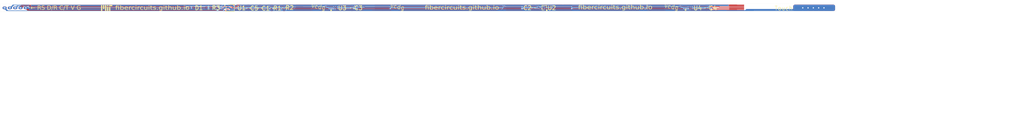
<source format=kicad_pcb>
(kicad_pcb (version 20221018) (generator pcbnew)
  (title_block (title "FiberCircuits - MCU & sensing fiber") (date "2023-09-06") (rev "1.0"))
  (layers (0 "F.Cu" signal) (31 "B.Cu" signal) (34 "B.Paste" user) (35 "F.Paste" user) (37 "F.SilkS" user "F.Silkscreen") (38 "B.Mask" user) (39 "F.Mask" user) (44 "Edge.Cuts" user))
  (net 0 "")
  (net 1 "VCC")
  (net 2 "nRST")
  (net 3 "RX-SWD")
  (net 4 "TX-SWC")
  (net 5 "GND")
  (net 6 "SCL")
  (net 7 "Touch")
  (net 8 "LED")
  (net 9 "SDA")
  (net 13 "Net-(D1-A)")
  (footprint "CBA lib:Conn_PinHeader_1x04_P0.5mm_Horizontal_SMD_new" (layer "F.Cu") (at 167.87 100)
    (fp_text reference "" hide)
    (fp_text value " ")
    (pad "1" smd rect (at 0 -0.6) (size 3.56 0.3) (layers "F.Cu" "F.Paste" "F.Mask") (net 1 "VCC"))
    (pad "2" smd rect (at 0 -0.2) (size 3.56 0.3) (layers "F.Cu" "F.Paste" "F.Mask") (net 6 "SCL"))
    (pad "3" smd rect (at 0 0.2) (size 3.56 0.3) (layers "F.Cu" "F.Paste" "F.Mask") (net 9 "SDA"))
    (pad "4" smd rect (at 0 0.6) (size 3.56 0.3) (layers "F.Cu" "F.Paste" "F.Mask") (net 5 "GND"))
  )
  (footprint "Connector_Wire:SolderWirePad_1x01_SMD_1x2mm" (layer "F.Cu") (at 289.8 100 90)
    (fp_text reference "" hide)
    (fp_text value "" hide)
    (pad "1" smd roundrect (at 0 -50 90) (size 1.5 10) (layers "F.Cu" "F.Paste" "F.Mask") (net 7 "Touch"))
  )
  (footprint "Resistor_SMD:R_0402_1005Metric" (layer "F.Cu") (at 94.81 100 180)
    (fp_text reference "R3" (at -1.8 0 180) (layer "F.SilkS"))
    (fp_text value "680R")
    (fp_line (start -0.153641 -0.38) (end 0.153641 -0.38) (stroke (width 0.12)) (layer "F.SilkS"))
    (fp_line (start -0.153641 0.38) (end 0.153641 0.38) (stroke (width 0.12)) (layer "F.SilkS"))
    (pad "1" smd roundrect (at -0.51 0 180) (size 0.54 0.64) (layers "F.Cu" "F.Paste" "F.Mask") (net 8 "LED"))
    (pad "2" smd roundrect (at 0.51 0 180) (size 0.54 0.64) (layers "F.Cu" "F.Paste" "F.Mask") (net 13 "Net-(D1-A)"))
  )
  (footprint "CBA lib:Conn_PinHeader_1x04_P0.5mm_Horizontal_SMD_new" (layer "F.Cu") (at 202.12 100)
    (fp_text reference "" hide)
    (fp_text value " ")
    (pad "1" smd rect (at 0 -0.6) (size 3.56 0.3) (layers "F.Cu" "F.Paste" "F.Mask") (net 1 "VCC"))
    (pad "2" smd rect (at 0 -0.2) (size 3.56 0.3) (layers "F.Cu" "F.Paste" "F.Mask") (net 6 "SCL"))
    (pad "3" smd rect (at 0 0.2) (size 3.56 0.3) (layers "F.Cu" "F.Paste" "F.Mask") (net 6 "SCL"))
    (pad "4" smd rect (at 0 0.6) (size 3.56 0.3) (layers "F.Cu" "F.Paste" "F.Mask") (net 5 "GND"))
  )
  (footprint "CBA lib:Conn_PinHeader_1x04_P0.5mm_Horizontal_SMD_new" (layer "F.Cu") (at 117.5 100)
    (fp_text reference "" hide)
    (fp_text value " ")
    (pad "1" smd rect (at 0 -0.6) (size 3.56 0.3) (layers "F.Cu" "F.Paste" "F.Mask") (net 1 "VCC"))
    (pad "2" smd rect (at 0 -0.2) (size 3.56 0.3) (layers "F.Cu" "F.Paste" "F.Mask") (net 6 "SCL"))
    (pad "3" smd rect (at 0 0.2) (size 3.56 0.3) (layers "F.Cu" "F.Paste" "F.Mask") (net 9 "SDA"))
    (pad "4" smd rect (at 0 0.6) (size 3.56 0.3) (layers "F.Cu" "F.Paste" "F.Mask") (net 5 "GND"))
  )
  (footprint "Resistor_SMD:R_0402_1005Metric" (layer "F.Cu") (at 109.96 100 -90)
    (fp_text reference "R1" (at 0.09 -1.33 -180) (layer "F.SilkS"))
    (fp_text value "4.7 K")
    (fp_line (start -0.153641 -0.38) (end 0.153641 -0.38) (stroke (width 0.12)) (layer "F.SilkS"))
    (fp_line (start -0.153641 0.38) (end 0.153641 0.38) (stroke (width 0.12)) (layer "F.SilkS"))
    (pad "1" smd roundrect (at -0.51 0 270) (size 0.54 0.64) (layers "F.Cu" "F.Paste" "F.Mask") (net 1 "VCC"))
    (pad "2" smd roundrect (at 0.51 0 270) (size 0.54 0.64) (layers "F.Cu" "F.Paste" "F.Mask") (net 6 "SCL"))
  )
  (footprint "CBA lib:Conn_PinHeader_1x04_P0.5mm_Horizontal_SMD_new" (layer "F.Cu") (at 136.41 100)
    (fp_text reference "" hide)
    (fp_text value " ")
    (pad "1" smd rect (at 0 -0.6) (size 3.56 0.3) (layers "F.Cu" "F.Paste" "F.Mask") (net 1 "VCC"))
    (pad "2" smd rect (at 0 -0.2) (size 3.56 0.3) (layers "F.Cu" "F.Paste" "F.Mask") (net 6 "SCL"))
    (pad "3" smd rect (at 0 0.2) (size 3.56 0.3) (layers "F.Cu" "F.Paste" "F.Mask") (net 9 "SDA"))
    (pad "4" smd rect (at 0 0.6) (size 3.56 0.3) (layers "F.Cu" "F.Paste" "F.Mask") (net 5 "GND"))
  )
  (footprint "Resistor_SMD:R_0402_1005Metric" (layer "F.Cu") (at 112.91 100 -90)
    (fp_text reference "R2" (at -0.02 -1.32 -180) (layer "F.SilkS"))
    (fp_text value "4.7 K")
    (fp_line (start -0.153641 -0.38) (end 0.153641 -0.38) (stroke (width 0.12)) (layer "F.SilkS"))
    (fp_line (start -0.153641 0.38) (end 0.153641 0.38) (stroke (width 0.12)) (layer "F.SilkS"))
    (pad "1" smd roundrect (at -0.51 0 270) (size 0.54 0.64) (layers "F.Cu" "F.Paste" "F.Mask") (net 1 "VCC"))
    (pad "2" smd roundrect (at 0.51 0 270) (size 0.54 0.64) (layers "F.Cu" "F.Paste" "F.Mask") (net 9 "SDA"))
  )
  (footprint "Capacitor_SMD:C_0402_1005Metric" (layer "F.Cu") (at 129.19 100 -90)
    (fp_text reference "C3" (at 0.03 -1.52) (layer "F.SilkS"))
    (fp_text value "0.1 uF")
    (fp_line (start -0.107836 -0.36) (end 0.107836 -0.36) (stroke (width 0.12)) (layer "F.SilkS"))
    (fp_line (start -0.107836 0.36) (end 0.107836 0.36) (stroke (width 0.12)) (layer "F.SilkS"))
    (pad "1" smd roundrect (at -0.48 0 270) (size 0.56 0.62) (layers "F.Cu" "F.Paste" "F.Mask") (net 1 "VCC"))
    (pad "2" smd roundrect (at 0.48 0 270) (size 0.56 0.62) (layers "F.Cu" "F.Paste" "F.Mask") (net 5 "GND"))
  )
  (footprint "CBA lib:PinHeader_1x05_P1.27mm_oval_THT_D0.3mm" (layer "F.Cu") (at 51.085 100.01 -90)
    (fp_text reference "" hide)
    (fp_text value "header_1.27mm" hide)
    (pad "1" thru_hole oval (at 0 0 270) (size 0.6 1) (drill 0.3) (layers "*.Cu" "*.Mask") (net 5 "GND"))
    (pad "2" thru_hole oval (at 0 1.27 270) (size 0.6 1) (drill 0.3) (layers "*.Cu" "*.Mask") (net 1 "VCC"))
    (pad "3" thru_hole oval (at 0 2.54 270) (size 0.6 1) (drill 0.3) (layers "*.Cu" "*.Mask") (net 4 "TX-SWC"))
    (pad "4" thru_hole oval (at 0 3.81 270) (size 0.6 1) (drill 0.3) (layers "*.Cu" "*.Mask") (net 3 "RX-SWD"))
    (pad "5" thru_hole oval (at 0 5.08 270) (size 0.6 1) (drill 0.3) (layers "*.Cu" "*.Mask") (net 2 "nRST"))
  )
  (footprint "fab:STM32C011D6Y6TR" (layer "F.Cu") (at 100 100)
    (fp_text reference "U1" (at 2.73 0.04) (layer "F.SilkS"))
    (fp_text value "STM32C011D6Y6TR")
    (fp_text user "." (at -1.28 -1.03) (layer "F.SilkS"))
    (fp_line (start -0.9906 -0.3) (end -0.9906 0.8382) (stroke (width 0.12)) (layer "F.SilkS"))
    (fp_line (start -0.9906 0.8382) (end 0.9906 0.8382) (stroke (width 0.12)) (layer "F.SilkS"))
    (fp_line (start 0.9906 -0.8382) (end -0.4 -0.8382) (stroke (width 0.12)) (layer "F.SilkS"))
    (fp_line (start 0.9906 0.8382) (end 0.9906 -0.8382) (stroke (width 0.12)) (layer "F.SilkS"))
    (pad "A2" smd circle (at -0.1515 -0.4375) (size 0.2032 0.2032) (layers "F.Cu" "F.Paste" "F.Mask") (net 6 "SCL"))
    (pad "A4" smd circle (at 0.4545 -0.4375) (size 0.2032 0.2032) (layers "F.Cu" "F.Paste" "F.Mask") (net 5 "GND"))
    (pad "B1" smd circle (at -0.4545 -0.2625) (size 0.2032 0.2032) (layers "F.Cu" "F.Paste" "F.Mask") (net 3 "RX-SWD"))
    (pad "B3" smd circle (at 0.1515 -0.2625) (size 0.2032 0.2032) (layers "F.Cu" "F.Paste" "F.Mask") (net 5 "GND"))
    (pad "C2" smd circle (at -0.1515 -0.0875) (size 0.2032 0.2032) (layers "F.Cu" "F.Paste" "F.Mask") (net 4 "TX-SWC"))
    (pad "C4" smd circle (at 0.4545 -0.0875) (size 0.2032 0.2032) (layers "F.Cu" "F.Paste" "F.Mask") (net 1 "VCC"))
    (pad "D1" smd circle (at -0.4545 0.0875) (size 0.2032 0.2032) (layers "F.Cu" "F.Paste" "F.Mask") (net 8 "LED"))
    (pad "D3" smd circle (at 0.1515 0.0875) (size 0.2032 0.2032) (layers "F.Cu" "F.Paste" "F.Mask") (net 9 "SDA"))
    (pad "E2" smd circle (at -0.1515 0.2625) (size 0.2032 0.2032) (layers "F.Cu" "F.Paste" "F.Mask"))
    (pad "E4" smd circle (at 0.4545 0.2625) (size 0.2032 0.2032) (layers "F.Cu" "F.Paste" "F.Mask") (net 5 "GND"))
    (pad "F1" smd circle (at -0.4545 0.4375) (size 0.2032 0.2032) (layers "F.Cu" "F.Paste" "F.Mask") (net 7 "Touch"))
    (pad "F3" smd circle (at 0.1515 0.4375) (size 0.2032 0.2032) (layers "F.Cu" "F.Paste" "F.Mask") (net 2 "nRST"))
  )
  (footprint "Capacitor_SMD:C_0402_1005Metric" (layer "F.Cu") (at 104.36 100 -90)
    (fp_text reference "C5" (at 0.1 -1.4 -180) (layer "F.SilkS"))
    (fp_text value "0.1 uF")
    (fp_line (start -0.107836 -0.36) (end 0.107836 -0.36) (stroke (width 0.12)) (layer "F.SilkS"))
    (fp_line (start -0.107836 0.36) (end 0.107836 0.36) (stroke (width 0.12)) (layer "F.SilkS"))
    (pad "1" smd roundrect (at -0.48 0 270) (size 0.56 0.62) (layers "F.Cu" "F.Paste" "F.Mask") (net 1 "VCC"))
    (pad "2" smd roundrect (at 0.48 0 270) (size 0.56 0.62) (layers "F.Cu" "F.Paste" "F.Mask") (net 5 "GND"))
  )
  (footprint "Capacitor_SMD:C_0402_1005Metric" (layer "F.Cu") (at 172.6 99.98 -90)
    (fp_text reference "C2" (at 0.04 1.43 -180) (layer "F.SilkS"))
    (fp_text value "2.2 uF")
    (fp_line (start -0.107836 -0.36) (end 0.107836 -0.36) (stroke (width 0.12)) (layer "F.SilkS"))
    (fp_line (start -0.107836 0.36) (end 0.107836 0.36) (stroke (width 0.12)) (layer "F.SilkS"))
    (pad "1" smd roundrect (at -0.48 0 270) (size 0.56 0.62) (layers "F.Cu" "F.Paste" "F.Mask") (net 1 "VCC"))
    (pad "2" smd roundrect (at 0.48 0 270) (size 0.56 0.62) (layers "F.Cu" "F.Paste" "F.Mask") (net 5 "GND"))
  )
  (footprint "Package_BGA:WLP-4_0.86x0.86mm_P0.4mm" (layer "F.Cu") (at 175.2 99.98 180)
    (fp_text reference "U2" (at -1.79 -0.05) (layer "F.SilkS"))
    (fp_text value "MMC5633NJL")
    (fp_line (start -0.54 0) (end -0.54 0.54) (stroke (width 0.12)) (layer "F.SilkS"))
    (fp_line (start -0.54 0.54) (end 0.54 0.54) (stroke (width 0.12)) (layer "F.SilkS"))
    (fp_line (start 0.54 -0.54) (end 0 -0.54) (stroke (width 0.12)) (layer "F.SilkS"))
    (fp_line (start 0.54 0.54) (end 0.54 -0.54) (stroke (width 0.12)) (layer "F.SilkS"))
    (pad "A1" smd circle (at -0.2 -0.2 180) (size 0.25 0.25) (layers "F.Cu" "F.Paste" "F.Mask") (net 5 "GND"))
    (pad "A2" smd circle (at 0.2 -0.2 180) (size 0.25 0.25) (layers "F.Cu" "F.Paste" "F.Mask") (net 6 "SCL"))
    (pad "B1" smd circle (at -0.2 0.2 180) (size 0.25 0.25) (layers "F.Cu" "F.Paste" "F.Mask") (net 1 "VCC"))
    (pad "B2" smd circle (at 0.2 0.2 180) (size 0.25 0.25) (layers "F.Cu" "F.Paste" "F.Mask") (net 9 "SDA"))
  )
  (footprint "Capacitor_SMD:C_0402_1005Metric" (layer "F.Cu") (at 214.03 100 -90)
    (fp_text reference "C4" (at 0.06 -1.55 -180) (layer "F.SilkS"))
    (fp_text value "0.1 uF")
    (fp_line (start -0.107836 -0.36) (end 0.107836 -0.36) (stroke (width 0.12)) (layer "F.SilkS"))
    (fp_line (start -0.107836 0.36) (end 0.107836 0.36) (stroke (width 0.12)) (layer "F.SilkS"))
    (pad "1" smd roundrect (at -0.48 0 270) (size 0.56 0.62) (layers "F.Cu" "F.Paste" "F.Mask") (net 1 "VCC"))
    (pad "2" smd roundrect (at 0.48 0 270) (size 0.56 0.62) (layers "F.Cu" "F.Paste" "F.Mask") (net 5 "GND"))
  )
  (footprint "CBA lib:Conn_PinHeader_1x04_P0.5mm_Horizontal_SMD_new" (layer "F.Cu") (at 179.81 100)
    (fp_text reference "" hide)
    (fp_text value " ")
    (pad "1" smd rect (at 0 -0.6) (size 3.56 0.3) (layers "F.Cu" "F.Paste" "F.Mask") (net 1 "VCC"))
    (pad "2" smd rect (at 0 -0.2) (size 3.56 0.3) (layers "F.Cu" "F.Paste" "F.Mask") (net 6 "SCL"))
    (pad "3" smd rect (at 0 0.2) (size 3.56 0.3) (layers "F.Cu" "F.Paste" "F.Mask") (net 9 "SDA"))
    (pad "4" smd rect (at 0 0.6) (size 3.56 0.3) (layers "F.Cu" "F.Paste" "F.Mask") (net 5 "GND"))
  )
  (footprint "Capacitor_SMD:C_0402_1005Metric" (layer "F.Cu") (at 107.14 100 -90)
    (fp_text reference "C1" (at 0.13 -1.36) (layer "F.SilkS"))
    (fp_text value locked "" hide)
    (fp_line (start -0.107836 -0.36) (end 0.107836 -0.36) (stroke (width 0.12)) (layer "F.SilkS"))
    (fp_line (start -0.107836 0.36) (end 0.107836 0.36) (stroke (width 0.12)) (layer "F.SilkS"))
    (pad "1" smd roundrect (at -0.48 0 270) (size 0.56 0.62) (layers "F.Cu" "F.Paste" "F.Mask") (net 1 "VCC"))
    (pad "2" smd roundrect (at 0.48 0 270) (size 0.56 0.62) (layers "F.Cu" "F.Paste" "F.Mask") (net 5 "GND"))
  )
  (footprint "LED_SMD:LED_0402_1005Metric" (layer "F.Cu") (at 90.73 100)
    (fp_text reference "D1" (at 1.7825 0.02) (layer "F.SilkS"))
    (fp_text value "LED")
    (fp_circle (center -1.09 0) (end -1.04 0) (stroke (width 0.1)) (fill none) (layer "F.SilkS"))
    (pad "1" smd roundrect (at -0.485 0) (size 0.59 0.64) (layers "F.Cu" "F.Paste" "F.Mask") (net 5 "GND"))
    (pad "2" smd roundrect (at 0.485 0) (size 0.59 0.64) (layers "F.Cu" "F.Paste" "F.Mask") (net 13 "Net-(D1-A)"))
  )
  (footprint "MC3672:BGA8_1.09X1.29_MBE" (layer "F.Cu") (at 209.87 100 90)
    (fp_text reference "U4" (at -0.06 2.06 unlocked) (layer "F.SilkS"))
    (fp_text value "MC3672")
    (fp_text user "." (at -0.51 -1.26 90 unlocked) (layer "F.SilkS") (effects (font (thickness 0.25) bold)))
    (pad "A1" smd circle (at -0.35 -0.45 90) (size 0.2032 0.2032) (layers "F.Cu" "F.Paste" "F.Mask"))
    (pad "A3" smd circle (at 0.35 -0.45 90) (size 0.2032 0.2032) (layers "F.Cu" "F.Paste" "F.Mask") (net 6 "SCL"))
    (pad "B2" smd circle (at 0 -0.225 90) (size 0.2032 0.2032) (layers "F.Cu" "F.Paste" "F.Mask") (net 9 "SDA"))
    (pad "C1" smd circle (at -0.35 0 90) (size 0.2032 0.2032) (layers "F.Cu" "F.Paste" "F.Mask") (net 1 "VCC"))
    (pad "C3" smd circle (at 0.35 0 90) (size 0.2032 0.2032) (layers "F.Cu" "F.Paste" "F.Mask") (net 1 "VCC"))
    (pad "D2" smd circle (at 0 0.225 90) (size 0.2032 0.2032) (layers "F.Cu" "F.Paste" "F.Mask") (net 1 "VCC"))
    (pad "E1" smd circle (at -0.35 0.45 90) (size 0.2032 0.2032) (layers "F.Cu" "F.Paste" "F.Mask") (net 5 "GND"))
    (pad "E3" smd circle (at 0.35 0.45 90) (size 0.2032 0.2032) (layers "F.Cu" "F.Paste" "F.Mask") (net 5 "GND"))
  )
  (footprint "MC3672:BGA8_1.09X1.29_MBE" (layer "F.Cu") (at 125 100 90)
    (fp_text reference "U3" (at -0.04 1.84 unlocked) (layer "F.SilkS"))
    (fp_text value "MC3672")
    (fp_text user "." (at -0.55 -1.25 90 unlocked) (layer "F.SilkS") (effects (font (thickness 0.25) bold)))
    (pad "A1" smd circle (at -0.35 -0.45 90) (size 0.2032 0.2032) (layers "F.Cu" "F.Paste" "F.Mask"))
    (pad "A3" smd circle (at 0.35 -0.45 90) (size 0.2032 0.2032) (layers "F.Cu" "F.Paste" "F.Mask") (net 6 "SCL"))
    (pad "B2" smd circle (at 0 -0.225 90) (size 0.2032 0.2032) (layers "F.Cu" "F.Paste" "F.Mask") (net 9 "SDA"))
    (pad "C1" smd circle (at -0.35 0 90) (size 0.2032 0.2032) (layers "F.Cu" "F.Paste" "F.Mask") (net 1 "VCC"))
    (pad "C3" smd circle (at 0.35 0 90) (size 0.2032 0.2032) (layers "F.Cu" "F.Paste" "F.Mask") (net 1 "VCC"))
    (pad "D2" smd circle (at 0 0.225 90) (size 0.2032 0.2032) (layers "F.Cu" "F.Paste" "F.Mask") (net 5 "GND"))
    (pad "E1" smd circle (at -0.35 0.45 90) (size 0.2032 0.2032) (layers "F.Cu" "F.Paste" "F.Mask") (net 5 "GND"))
    (pad "E3" smd circle (at 0.35 0.45 90) (size 0.2032 0.2032) (layers "F.Cu" "F.Paste" "F.Mask") (net 5 "GND"))
  )
  (footprint "CBA lib:Conn_PinHeader_1x04_P0.5mm_Horizontal_SMD_new" (layer "F.Cu") (at 221.255 100)
    (fp_text reference "" hide)
    (fp_text value " " hide)
    (pad "1" smd rect (at 0 -0.6) (size 3.56 0.3) (layers "F.Cu" "F.Paste" "F.Mask") (net 1 "VCC"))
    (pad "2" smd rect (at 0 -0.2) (size 3.56 0.3) (layers "F.Cu" "F.Paste" "F.Mask") (net 6 "SCL"))
    (pad "3" smd rect (at 0 0.2) (size 3.56 0.3) (layers "F.Cu" "F.Paste" "F.Mask") (net 9 "SDA"))
    (pad "4" smd rect (at 0 0.6) (size 3.56 0.3) (layers "F.Cu" "F.Paste" "F.Mask") (net 5 "GND"))
  )
  (footprint "CBA lib:PinHeader_1x05_P1.27mm_oval_THT_D0.3mm" (layer "F.Cu") (at 242.15 100 -90)
    (fp_text reference "" hide)
    (fp_text value "" hide)
    (pad "1" thru_hole oval (at 0 0 270) (size 0.6 1) (drill 0.3) (layers "*.Cu" "*.Mask"))
    (pad "2" thru_hole oval (at 0 1.27 270) (size 0.6 1) (drill 0.3) (layers "*.Cu" "*.Mask"))
    (pad "3" thru_hole oval (at 0 2.54 270) (size 0.6 1) (drill 0.3) (layers "*.Cu" "*.Mask"))
    (pad "4" thru_hole oval (at 0 3.81 270) (size 0.6 1) (drill 0.3) (layers "*.Cu" "*.Mask"))
    (pad "5" thru_hole oval (at 0 5.08 270) (size 0.6 1) (drill 0.3) (layers "*.Cu" "*.Mask"))
  )
  (footprint "TestPoint:TestPoint_Pad_2.5x2.5mm" (layer "B.Cu") (at 120.69 100.65 180)
    (fp_text reference "Touch" hide)
    (fp_text value "Test Point" hide)
    (pad "1" smd rect (at 0 0 180) (size 2 0.2) (layers "B.Cu" "B.Mask"))
  )
  (footprint "TestPoint:TestPoint_Pad_2.5x2.5mm" (layer "B.Cu") (at 164.96 100.65 180)
    (fp_text reference "Touch" hide)
    (fp_text value "Test Point" hide)
    (pad "1" smd rect (at 0 0 180) (size 2 0.2) (layers "B.Cu" "B.Mask"))
  )
  (footprint "" (layer "B.Cu") (at 239.805 100 180)
    (fp_text reference "" (at 0 0) (layer "B.SilkS") (effects (font (size 1.27 1.27)) (justify mirror)))
    (fp_text value "" (at 0 0) (layer "B.SilkS") (effects (font (size 1.27 1.27)) (justify mirror)))
    (pad "1" smd roundrect (at 0 0 90) (size 1.5 10) (layers "B.Cu" "B.Paste" "B.Mask") (net 7 "Touch"))
  )
  (footprint "TestPoint:TestPoint_Pad_2.5x2.5mm" (layer "B.Cu") (at 177.03 100.65 180)
    (fp_text reference "Touch" hide)
    (fp_text value "Test Point" hide)
    (pad "1" smd rect (at 0 0 180) (size 2 0.2) (layers "B.Cu" "B.Mask"))
  )
  (footprint "TestPoint:TestPoint_Pad_2.5x2.5mm" (layer "B.Cu") (at 198.86 100.65 180)
    (fp_text reference "Touch" hide)
    (fp_text value "Test Point" hide)
    (pad "1" smd rect (at 0 0 180) (size 2 0.2) (layers "B.Cu" "B.Mask"))
  )
  (footprint "TestPoint:TestPoint_Pad_2.5x2.5mm" (layer "B.Cu") (at 217.83 100.65 180)
    (fp_text reference "Touch" hide)
    (fp_text value "Test Point" hide)
    (pad "1" smd rect (at 0 0 180) (size 2 0.2) (layers "B.Cu" "B.Mask"))
  )
  (footprint "TestPoint:TestPoint_Pad_2.5x2.5mm" (layer "B.Cu") (at 114.47 100.65 180)
    (fp_text reference "Touch" hide)
    (fp_text value "Test Point" hide)
    (pad "1" smd rect (at 0 0 180) (size 2 0.2) (layers "B.Cu" "B.Mask"))
  )
  (footprint "TestPoint:TestPoint_Pad_2.5x2.5mm" (layer "B.Cu") (at 132.98 100.65 180)
    (fp_text reference "Touch" hide)
    (fp_text value "Test Point" hide)
    (pad "1" smd rect (at 0 0 180) (size 2 0.2) (layers "B.Cu" "B.Mask"))
  )
  (footprint "TestPoint:TestPoint_Pad_2.5x2.5mm" (layer "B.Cu") (at 139.58 100.65 180)
    (fp_text reference "Touch" hide)
    (fp_text value "Test Point" hide)
    (pad "1" smd rect (at 0 0 180) (size 2 0.2) (layers "B.Cu" "B.Mask"))
  )
  (footprint "TestPoint:TestPoint_Pad_2.5x2.5mm" (layer "B.Cu") (at 205.24 100.65 180)
    (fp_text reference "Touch" hide)
    (fp_text value "Test Point" hide)
    (pad "1" smd rect (at 0 0 180) (size 2 0.2) (layers "B.Cu" "B.Mask"))
  )
  (footprint "TestPoint:TestPoint_Pad_2.5x2.5mm" (layer "B.Cu") (at 224.33 100.65 180)
    (fp_text reference "Touch" hide)
    (fp_text value "Test Point" hide)
    (pad "1" smd rect (at 0 0 180) (size 2 0.2) (layers "B.Cu" "B.Mask"))
  )
  (footprint "TestPoint:TestPoint_Pad_2.5x2.5mm" (layer "B.Cu") (at 170.96 100.65 180)
    (fp_text reference "Touch" hide)
    (fp_text value "Test Point" hide)
    (pad "1" smd rect (at 0 0 180) (size 2 0.2) (layers "B.Cu" "B.Mask"))
  )
  (footprint "TestPoint:TestPoint_Pad_2.5x2.5mm" (layer "B.Cu") (at 182.73 100.65 180)
    (fp_text reference "Touch" hide)
    (fp_text value "Test Point" hide)
    (pad "1" smd rect (at 0 0 180) (size 2 0.2) (layers "B.Cu" "B.Mask"))
  )
  (gr_poly (pts (xy 71.79 99.605288) (xy 71.019364 99.605288) (xy 71.019364 99.469906) (xy 71.019364 99.334524) (xy 71.79 99.334524)) (stroke (width 0.010413)) (fill solid) (layer "F.SilkS"))
  (gr_poly (pts (xy 70.821498 99.605288) (xy 70.529906 99.605288) (xy 70.529906 99.334524) (xy 70.821498 99.334524)) (stroke (width 0.010413)) (fill solid) (layer "F.SilkS"))
  (gr_poly (pts (xy 71.310956 100.73) (xy 71.019364 100.73) (xy 71.019364 100.256163) (xy 71.019364 99.782326) (xy 71.310956 99.782326)) (stroke (width 0.010413)) (fill solid) (layer "F.SilkS"))
  (gr_poly (pts (xy 69.373952 100.73) (xy 69.092774 100.73) (xy 69.092774 100.032262) (xy 69.092774 99.334524) (xy 69.373952 99.334524)) (stroke (width 0.010413)) (fill solid) (layer "F.SilkS"))
  (gr_poly (pts (xy 69.86341 100.282198) (xy 69.571818 100.282198) (xy 69.571818 99.334524) (xy 69.86341 99.334524)) (stroke (width 0.010413)) (fill solid) (layer "F.SilkS"))
  (gr_poly (pts (xy 70.821498 100.73) (xy 70.529906 100.73) (xy 70.529906 99.782326) (xy 70.821498 99.782326)) (stroke (width 0.010413)) (fill solid) (layer "F.SilkS"))
  (gr_poly (pts (xy 70.342454 100.73) (xy 70.050862 100.73) (xy 70.050862 99.334524) (xy 70.342454 99.334524)) (stroke (width 0.010413)) (fill solid) (layer "F.SilkS"))
  (gr_rect (start 45 99.06) (end 245 100.955) (stroke (width 0.01)) (fill none) (layer "Edge.Cuts"))
  (gr_text "vcdg" (at 119.3 100 350) (layer "F.SilkS") (effects (font (size 1 1) (thickness 0.1)) (justify left bottom)))
  (gr_text "fibercircuits.github.io" (at 183.3 100.5) (layer "F.SilkS") (effects (font (size 1 1.2)) (justify left bottom)))
  (gr_text "fibercircuits.github.io" (at 72.49 100.62) (layer "F.SilkS") (effects (font (size 1 1.2)) (justify left bottom)))
  (gr_text "fibercircuits.github.io" (at 146.6 100.57) (layer "F.SilkS") (effects (font (size 1 1.2)) (justify left bottom)))
  (gr_text "vcdg" (at 138.2 100 350) (layer "F.SilkS") (effects (font (size 1 1) (thickness 0.1)) (justify left bottom)))
  (gr_text "vcdg" (at 203.8 100 350) (layer "F.SilkS") (effects (font (size 1 1) (thickness 0.1)) (justify left bottom)))
  (gr_text "← RS D/R C/T V G" (at 52.19 100.61) (layer "F.SilkS") (effects (font (size 1 1) (thickness 0.1)) (justify left bottom)))
  (gr_text "Touch" (at 230.25 100.67) (layer "F.SilkS") (effects (font (size 1 1) (thickness 0.1)) (justify left bottom)))
  (gr_text "." (at 175.79 100.15) (layer "F.SilkS") (effects (font (size 1 1) (thickness 0.25) bold)))
  (segment (start 173.97 99.4) (end 175.37 99.4) (width 0.3) (layer "F.Cu") (net 1))
  (segment (start 199.4275 99.685) (end 199.7125 99.4) (width 0.3) (layer "F.Cu") (net 1))
  (segment (start 112.88 99.52) (end 112.91 99.49) (width 0.3) (layer "F.Cu") (net 1))
  (segment (start 210.96 99.63) (end 210.76 99.43) (width 0.3) (layer "F.Cu") (net 1))
  (segment (start 176.8325 99.685) (end 177.1175 99.4) (width 0.3) (layer "F.Cu") (net 1))
  (segment (start 125.83 99.36) (end 125.87 99.4) (width 0.2) (layer "F.Cu") (net 1))
  (segment (start 177.645 99.4) (end 179.48 99.4) (width 0.3) (layer "F.Cu") (net 1))
  (segment (start 129.07 99.4) (end 125.87 99.4) (width 0.3) (layer "F.Cu") (net 1))
  (segment (start 136.365 99.4) (end 165.3 99.4) (width 0.3) (layer "F.Cu") (net 1))
  (segment (start 173.19 99.63) (end 173.39 99.43) (width 0.3) (layer "F.Cu") (net 1))
  (segment (start 129.32 99.65) (end 126.12 99.65) (width 0.3) (layer "F.Cu") (net 1))
  (segment (start 102.29 99.4) (end 101.600331 99.4) (width 0.3) (layer "F.Cu") (net 1))
  (segment (start 49.51 100.01) (end 50.09 99.43) (width 0.3) (layer "F.Cu") (net 1))
  (segment (start 209.87 99.65) (end 209.87 99.47) (width 0.2) (layer "F.Cu") (net 1))
  (segment (start 49.815 100.01) (end 50.395 99.43) (width 0.3) (layer "F.Cu") (net 1))
  (segment (start 182.1 99.685) (end 199.43 99.685) (width 0.3) (layer "F.Cu") (net 1))
  (segment (start 172.44 99.63) (end 170.36 99.63) (width 0.3) (layer "F.Cu") (net 1))
  (segment (start 200.25 99.35) (end 199.7 99.35) (width 0.2) (layer "F.Cu") (net 1))
  (segment (start 215.395 99.35) (end 213.835 99.35) (width 0.2) (layer "F.Cu") (net 1))
  (segment (start 138.635 99.685) (end 138.35 99.4) (width 0.3) (layer "F.Cu") (net 1))
  (segment (start 175.425 99.685) (end 176.8325 99.685) (width 0.3) (layer "F.Cu") (net 1))
  (segment (start 89.77 99.43) (end 97.9 99.43) (width 0.3) (layer "F.Cu") (net 1))
  (segment (start 89.36 99.43) (end 89.06 99.73) (width 0.3) (layer "F.Cu") (net 1))
  (segment (start 210.7 99.36) (end 210.74 99.4) (width 0.2) (layer "F.Cu") (net 1))
  (segment (start 104.265 99.41) (end 102.315 99.41) (width 0.3) (layer "F.Cu") (net 1))
  (segment (start 214.19 99.65) (end 210.99 99.65) (width 0.3) (layer "F.Cu") (net 1))
  (segment (start 209.87 99.65) (end 209.87 99.775) (width 0.2) (layer "F.Cu") (net 1))
  (segment (start 175.28 99.4) (end 177.115 99.4) (width 0.3) (layer "F.Cu") (net 1))
  (segment (start 173.975 99.35) (end 173.425 99.35) (width 0.2) (layer "F.Cu") (net 1))
  (segment (start 50.66 99.43) (end 50.095 99.43) (width 0.3) (layer "F.Cu") (net 1))
  (segment (start 50.395 99.43) (end 89.77 99.43) (width 0.3) (layer "F.Cu") (net 1))
  (segment (start 125 99.65) (end 125 100.35) (width 0.127) (layer "F.Cu") (net 1))
  (segment (start 114.075 99.35) (end 113.045 99.35) (width 0.2) (layer "F.Cu") (net 1))
  (segment (start 200.25 99.4) (end 202.085 99.4) (width 0.3) (layer "F.Cu") (net 1))
  (segment (start 100.78 99.76) (end 101.14 99.76) (width 0.25) (layer "F.Cu") (net 1))
  (segment (start 104.49 99.64) (end 107.27 99.64) (width 0.3) (layer "F.Cu") (net 1))
  (segment (start 210.095 100.125) (end 209.87 100.35) (width 0.2) (layer "F.Cu") (net 1))
  (segment (start 130.54 99.35) (end 128.98 99.35) (width 0.2) (layer "F.Cu") (net 1))
  (segment (start 182.095 99.6875) (end 181.805 99.3975) (width 0.3) (layer "F.Cu") (net 1))
  (segment (start 210.095 100) (end 210.095 100.125) (width 0.2) (layer "F.Cu") (net 1))
  (segment (start 138.635 99.685) (end 165.015 99.685) (width 0.3) (layer "F.Cu") (net 1))
  (segment (start 101.600331 99.38) (end 101.220165 99.760166) (width 0.25) (layer "F.Cu") (net 1))
  (segment (start 209.87 99.775) (end 210.095 100) (width 0.2) (layer "F.Cu") (net 1))
  (segment (start 89.06 99.73) (end 52.15 99.73) (width 0.3) (layer "F.Cu") (net 1))
  (segment (start 170.36 99.63) (end 170.17 99.44) (width 0.3) (layer "F.Cu") (net 1))
  (segment (start 165.825 99.4) (end 167.66 99.4) (width 0.3) (layer "F.Cu") (net 1))
  (segment (start 104.49 99.41) (end 107.27 99.41) (width 0.3) (layer "F.Cu") (net 1))
  (segment (start 129.38 99.52) (end 129.5 99.4) (width 0.3) (layer "F.Cu") (net 1))
  (segment (start 101.42 99.6) (end 104.2 99.6) (width 0.3) (layer "F.Cu") (net 1))
  (segment (start 117.5 99.36) (end 125.83 99.36) (width 0.2) (layer "F.Cu") (net 1))
  (segment (start 109.955 99.4) (end 112.905 99.4) (width 0.3) (layer "F.Cu") (net 1))
  (segment (start 214.225 99.535) (end 214.345 99.415) (width 0.3) (layer "F.Cu") (net 1))
  (segment (start 213.94 99.4) (end 210.74 99.4) (width 0.3) (layer "F.Cu") (net 1))
  (segment (start 165.825 99.35) (end 165.275 99.35) (width 0.2) (layer "F.Cu") (net 1))
  (segment (start 172.5 99.4) (end 167.89 99.4) (width 0.3) (layer "F.Cu") (net 1))
  (segment (start 100.76 99.74) (end 100.457 99.915) (width 0.2) (layer "F.Cu") (net 1))
  (segment (start 108.85 99.66) (end 109.13 99.38) (width 0.2) (layer "F.Cu") (net 1))
  (segment (start 113.15 99.54) (end 113.29 99.4) (width 0.2) (layer "F.Cu") (net 1))
  (segment (start 202.37 99.36) (end 210.7 99.36) (width 0.2) (layer "F.Cu") (net 1))
  (segment (start 177.645 99.35) (end 177.095 99.35) (width 0.2) (layer "F.Cu") (net 1))
  (segment (start 113.74 99.37) (end 113.79 99.42) (width 0.2) (layer "F.Cu") (net 1))
  (segment (start 100.4545 99.9125) (end 100.459775 99.907225) (width 0.127) (layer "F.Cu") (net 1))
  (segment (start 126.09 99.63) (end 125.89 99.43) (width 0.3) (layer "F.Cu") (net 1))
  (segment (start 109.76 99.66) (end 109.48 99.38) (width 0.2) (layer "F.Cu") (net 1))
  (segment (start 52.15 99.73) (end 51.85 99.43) (width 0.3) (layer "F.Cu") (net 1))
  (segment (start 109.815 99.35) (end 109.485 99.35) (width 0.2) (layer "F.Cu") (net 1))
  (segment (start 109.955 99.61) (end 112.905 99.61) (width 0.3) (layer "F.Cu") (net 1))
  (segment (start 107.14 99.52) (end 107.26 99.4) (width 0.3) (layer "F.Cu") (net 1))
  (segment (start 165.0125 99.685) (end 165.2975 99.4) (width 0.3) (layer "F.Cu") (net 1))
  (segment (start 125 99.65) (end 125 99.47) (width 0.2) (layer "F.Cu") (net 1))
  (segment (start 172.01 99.63) (end 173.19 99.63) (width 0.3) (layer "F.Cu") (net 1))
  (segment (start 109.055 99.35) (end 109.505 99.35) (width 0.2) (layer "F.Cu") (net 1))
  (segment (start 199.7125 99.4) (end 179.81 99.4) (width 0.3) (layer "F.Cu") (net 1))
  (segment (start 117.35 99.4) (end 113.84 99.4) (width 0.3) (layer "F.Cu") (net 1))
  (segment (start 172.7 99.4) (end 173.41 99.4) (width 0.3) (layer "F.Cu") (net 1))
  (segment (start 202.12 99.4) (end 207.6075 99.4) (width 0.3) (layer "F.Cu") (net 1))
  (segment (start 107.27 99.4) (end 109.04 99.4) (width 0.3) (layer "F.Cu") (net 1))
  (segment (start 215.045 99.4) (end 221.255 99.4) (width 0.3) (layer "F.Cu") (net 1))
  (segment (start 175.4 99.78) (end 175.4 99.4) (width 0.25) (layer "F.Cu") (net 1))
  (segment (start 130.2 99.4) (end 136.41 99.4) (width 0.3) (layer "F.Cu") (net 1))
  (segment (start 50.02 100.01) (end 50.6 99.43) (width 0.3) (layer "F.Cu") (net 1))
  (segment (start 107.25 99.63) (end 108.8 99.63) (width 0.3) (layer "F.Cu") (net 1))
  (via (at 101.21 99.75) (size 0.25) (drill 0.1) (layers "F.Cu" "B.Cu") (net 1))
  (via (at 122.68 99.39) (size 0.25) (drill 0.1) (layers "F.Cu" "B.Cu") (net 1))
  (via (at 89.36 99.43) (size 0.25) (drill 0.1) (layers "F.Cu" "B.Cu") (net 1))
  (via (at 199.715 99.4) (size 0.25) (drill 0.1) (layers "F.Cu" "B.Cu") (net 1))
  (via (at 52.38 99.43) (size 0.25) (drill 0.1) (layers "F.Cu" "B.Cu") (net 1))
  (via (at 102.29 99.4) (size 0.25) (drill 0.1) (layers "F.Cu" "B.Cu") (net 1))
  (via (at 97.9 99.43) (size 0.25) (drill 0.1) (layers "F.Cu" "B.Cu") (net 1))
  (via (at 165.29 99.4) (size 0.25) (drill 0.1) (layers "F.Cu" "B.Cu") (net 1))
  (via (at 114.67 99.4) (size 0.25) (drill 0.1) (layers "F.Cu" "B.Cu") (net 1))
  (via (at 177.11 99.4) (size 0.25) (drill 0.1) (layers "F.Cu" "B.Cu") (net 1))
  (via (at 219.22 99.4) (size 0.25) (drill 0.1) (layers "F.Cu" "B.Cu") (net 1))
  (via (at 207.6075 99.385) (size 0.25) (drill 0.1) (layers "F.Cu" "B.Cu") (net 1))
  (segment (start 200.25 99.4) (end 207.6075 99.4) (width 0.3) (layer "B.Cu") (net 1))
  (segment (start 199.715 99.4) (end 177.645 99.4) (width 0.3) (layer "B.Cu") (net 1))
  (segment (start 213.9075 99.345) (end 215.4675 99.345) (width 0.2) (layer "B.Cu") (net 1))
  (segment (start 177.12 99.4) (end 173.97 99.4) (width 0.3) (layer "B.Cu") (net 1))
  (segment (start 177.1 99.35) (end 177.65 99.35) (width 0.2) (layer "B.Cu") (net 1))
  (segment (start 113.04 99.35) (end 114.07 99.35) (width 0.2) (layer "B.Cu") (net 1))
  (segment (start 128.98 99.35) (end 130.54 99.35) (width 0.2) (layer "B.Cu") (net 1))
  (segment (start 52.38 99.43) (end 97.9 99.43) (width 0.3) (layer "B.Cu") (net 1))
  (segment (start 100.824644 99.76) (end 100.494644 99.43) (width 0.3) (layer "B.Cu") (net 1))
  (segment (start 123.22 99.4) (end 129.54 99.4) (width 0.3) (layer "B.Cu") (net 1))
  (segment (start 97.807322 99.41) (end 98.452678 99.41) (width 0.25) (layer "B.Cu") (net 1))
  (segment (start 199.705 99.35) (end 200.255 99.35) (width 0.2) (layer "B.Cu") (net 1))
  (segment (start 113.8175 99.4) (end 122.69 99.4) (width 0.3) (layer "B.Cu") (net 1))
  (segment (start 173.335 99.4) (end 165.8325 99.4) (width 0.3) (layer "B.Cu") (net 1))
  (segment (start 101.157678 99.78) (end 100.862322 99.78) (width 0.3) (layer "B.Cu") (net 1))
  (segment (start 130.2 99.4) (end 165.3 99.4) (width 0.3) (layer "B.Cu") (net 1))
  (segment (start 165.28 99.35) (end 165.83 99.35) (width 0.2) (layer "B.Cu") (net 1))
  (segment (start 102.29 99.4) (end 109.04 99.4) (width 0.3) (layer "B.Cu") (net 1))
  (segment (start 100.494644 99.43) (end 98.39 99.43) (width 0.3) (layer "B.Cu") (net 1))
  (segment (start 173.3225 99.375) (end 174.1175 99.375) (width 0.25) (layer "B.Cu") (net 1))
  (segment (start 109.52 99.4) (end 113.225 99.4) (width 0.3) (layer "B.Cu") (net 1))
  (segment (start 207.5 99.35) (end 208.295 99.35) (width 0.2) (layer "B.Cu") (net 1))
  (segment (start 109.085 99.35) (end 109.455 99.35) (width 0.2) (layer "B.Cu") (net 1))
  (segment (start 122.5725 99.35) (end 123.3675 99.35) (width 0.2) (layer "B.Cu") (net 1))
  (segment (start 219.22 99.4) (end 215.045 99.4) (width 0.3) (layer "B.Cu") (net 1))
  (segment (start 208.1475 99.4) (end 214.4675 99.4) (width 0.3) (layer "B.Cu") (net 1))
  (segment (start 100.073975 100.675025) (end 98.63 100.675025) (width 0.127) (layer "F.Cu") (net 2))
  (segment (start 100.1515 100.5975) (end 100.073975 100.675025) (width 0.127) (layer "F.Cu") (net 2))
  (segment (start 100.1515 100.4375) (end 100.1515 100.5975) (width 0.127) (layer "F.Cu") (net 2))
  (segment (start 98.63 100.59) (end 98.63 100.675025) (width 0.127) (layer "F.Cu") (net 2))
  (via (at 98.63 100.59) (size 0.25) (drill 0.1) (layers "F.Cu" "B.Cu") (net 2))
  (segment (start 46.0075 100.2175) (end 46.4725 100.6825) (width 0.127) (layer "B.Cu") (net 2))
  (segment (start 98.5335 100.6865) (end 98.45 100.6865) (width 0.127) (layer "B.Cu") (net 2))
  (segment (start 46.1675 100.2175) (end 46.6325 100.6825) (width 0.127) (layer "B.Cu") (net 2))
  (segment (start 46.4765 100.6865) (end 98.45 100.6865) (width 0.127) (layer "B.Cu") (net 2))
  (segment (start 98.63 100.59) (end 98.5335 100.6865) (width 0.127) (layer "B.Cu") (net 2))
  (segment (start 46.3075 100.2175) (end 46.7725 100.6825) (width 0.127) (layer "B.Cu") (net 2))
  (segment (start 98.45 100.6865) (end 98.55 100.6865) (width 0.127) (layer "B.Cu") (net 2))
  (segment (start 99.388 99.58) (end 99.5455 99.7375) (width 0.127) (layer "F.Cu") (net 3))
  (segment (start 98.38 99.58) (end 99.388 99.58) (width 0.127) (layer "F.Cu") (net 3))
  (segment (start 98.2 99.76) (end 98.38 99.58) (width 0.127) (layer "F.Cu") (net 3))
  (via (at 98.15 99.77) (size 0.25) (drill 0.1) (layers "F.Cu" "B.Cu") (net 3))
  (segment (start 47.275 100.01) (end 47.965499 99.319501) (width 0.127) (layer "B.Cu") (net 3))
  (segment (start 51.775527 99.319501) (end 52.255526 99.7995) (width 0.127) (layer "B.Cu") (net 3))
  (segment (start 52.255526 99.7995) (end 98.1605 99.7995) (width 0.127) (layer "B.Cu") (net 3))
  (segment (start 47.51475 100.025249) (end 48.205249 99.33475) (width 0.127) (layer "B.Cu") (net 3))
  (segment (start 47.39475 100.025249) (end 48.085249 99.33475) (width 0.127) (layer "B.Cu") (net 3))
  (segment (start 98.1605 99.7995) (end 98.2 99.76) (width 0.127) (layer "B.Cu") (net 3))
  (segment (start 47.965499 99.319501) (end 51.775527 99.319501) (width 0.127) (layer "B.Cu") (net 3))
  (segment (start 98.283356 100.12) (end 98.540056 99.8633) (width 0.127) (layer "F.Cu") (net 4))
  (segment (start 97.93 100.12) (end 98.283356 100.12) (width 0.127) (layer "F.Cu") (net 4))
  (segment (start 99.345 99.855) (end 99.395 99.905) (width 0.05) (layer "F.Cu") (net 4))
  (segment (start 99.1 99.9125) (end 99.833999 99.9125) (width 0.0508) (layer "F.Cu") (net 4))
  (segment (start 98.540056 99.8633) (end 99.3 99.8633) (width 0.127) (layer "F.Cu") (net 4))
  (via (at 97.87 100.09) (size 0.25) (drill 0.1) (layers "F.Cu" "B.Cu") (net 4))
  (segment (start 51.6815 99.5465) (end 52.1615 100.0265) (width 0.127) (layer "B.Cu") (net 4))
  (segment (start 48.6265 100.0335) (end 49.09 99.57) (width 0.127) (layer "B.Cu") (net 4))
  (segment (start 49.0085 99.5465) (end 51.6815 99.5465) (width 0.127) (layer "B.Cu") (net 4))
  (segment (start 52.1615 100.0265) (end 97.8365 100.0265) (width 0.127) (layer "B.Cu") (net 4))
  (segment (start 48.7165 100.0435) (end 49.18 99.58) (width 0.127) (layer "B.Cu") (net 4))
  (segment (start 48.545 100.01) (end 49.0085 99.5465) (width 0.127) (layer "B.Cu") (net 4))
  (segment (start 100.1515 99.7375) (end 99.95 100.0875) (width 0.05) (layer "F.Cu") (net 5))
  (segment (start 170.35 100.33) (end 170.16 100.52) (width 0.3) (layer "F.Cu") (net 5))
  (segment (start 125.45 100.225) (end 125.225 100) (width 0.2) (layer "F.Cu") (net 5))
  (segment (start 172.64 100.35) (end 173.82 100.35) (width 0.3) (layer "F.Cu") (net 5))
  (segment (start 51.045 100.005) (end 51.635 100.595) (width 0.3) (layer "F.Cu") (net 5))
  (segment (start 101.1665 100.48) (end 101.05 100.3635) (width 0.3) (layer "F.Cu") (net 5))
  (segment (start 136.4 100.6) (end 167.85 100.6) (width 0.3) (layer "F.Cu") (net 5))
  (segment (start 208.48 100.6) (end 208.73 100.35) (width 0.2) (layer "F.Cu") (net 5))
  (segment (start 175.4425 100.31) (end 176.85 100.31) (width 0.3) (layer "F.Cu") (net 5))
  (segment (start 100.4545 100.2625) (end 100.522 100.33) (width 0.2) (layer "F.Cu") (net 5))
  (segment (start 199.425 100.31) (end 199.715 100.6) (width 0.3) (layer "F.Cu") (net 5))
  (segment (start 100.522 100.33) (end 101.05 100.33) (width 0.2) (layer "F.Cu") (net 5))
  (segment (start 104.43675 100.59) (end 101.24325 100.59) (width 0.3) (layer "F.Cu") (net 5))
  (segment (start 214.93 100.33) (end 214.18 100.33) (width 0.3) (layer "F.Cu") (net 5))
  (segment (start 111.83 100.52) (end 111.96 100.39) (width 0.3) (layer "F.Cu") (net 5))
  (segment (start 129.19 100.48) (end 129.07 100.6) (width 0.3) (layer "F.Cu") (net 5))
  (segment (start 125.45 99.775) (end 125.225 100) (width 0.2) (layer "F.Cu") (net 5))
  (segment (start 96.61 100.48) (end 96.49 100.6) (width 0.3) (layer "F.Cu") (net 5))
  (segment (start 96.61 100.39) (end 96.61 100.48) (width 0.3) (layer "F.Cu") (net 5))
  (segment (start 172.43 100.33) (end 170.35 100.33) (width 0.3) (layer "F.Cu") (net 5))
  (segment (start 123.61 100.6) (end 123.86 100.35) (width 0.2) (layer "F.Cu") (net 5))
  (segment (start 210.3766 99.7066) (end 210.32 99.65) (width 0.2) (layer "F.Cu") (net 5))
  (segment (start 96.49 100.6) (end 91.03 100.6) (width 0.3) (layer "F.Cu") (net 5))
  (segment (start 89.57 100) (end 89.37 100.2) (width 0.3) (layer "F.Cu") (net 5))
  (segment (start 107.14 100.59) (end 109.05 100.59) (width 0.3) (layer "F.Cu") (net 5))
  (segment (start 100.4545 99.5625) (end 100.1515 99.7375) (width 0.1) (layer "F.Cu") (net 5))
  (segment (start 113.68 100.34) (end 113.94 100.6) (width 0.3) (layer "F.Cu") (net 5))
  (segment (start 202.4075 100.6) (end 179.81 100.6) (width 0.3) (layer "F.Cu") (net 5))
  (segment (start 90.245 100) (end 89.57 100) (width 0.3) (layer "F.Cu") (net 5))
  (segment (start 208.73 100.35) (end 209.02 100.64) (width 0.2) (layer "F.Cu") (net 5))
  (segment (start 110.59 100.34) (end 111.99 100.34) (width 0.3) (layer "F.Cu") (net 5))
  (segment (start 51.305 100.005) (end 51.895 100.595) (width 0.3) (layer "F.Cu") (net 5))
  (segment (start 214.93 100.33) (end 215.2 100.6) (width 0.3) (layer "F.Cu") (net 5))
  (segment (start 215.2 100.6) (end 215.39 100.6) (width 0.3) (layer "F.Cu") (net 5))
  (segment (start 51.98 100.34) (end 89.56 100.34) (width 0.3) (layer "F.Cu") (net 5))
  (segment (start 89.37 100.17) (end 51.82 100.17) (width 0.3) (layer "F.Cu") (net 5))
  (segment (start 125.45 100.35) (end 125.45 100.575) (width 0.2) (layer "F.Cu") (net 5))
  (segment (start 215.39 100.6) (end 221.255 100.6) (width 0.3) (layer "F.Cu") (net 5))
  (segment (start 51.65 100.01) (end 52.24 100.6) (width 0.3) (layer "F.Cu") (net 5))
  (segment (start 173.82 100.35) (end 174.02 100.55) (width 0.3) (layer "F.Cu") (net 5))
  (segment (start 90.37 100.6) (end 52.24 100.6) (width 0.3) (layer "F.Cu") (net 5))
  (segment (start 210.32 100.35) (end 210.3766 100.2934) (width 0.2) (layer "F.Cu") (net 5))
  (segment (start 172.76 100.62) (end 175.31 100.62) (width 0.25) (layer "F.Cu") (net 5))
  (segment (start 138.62 100.31) (end 138.33 100.6) (width 0.3) (layer "F.Cu") (net 5))
  (segment (start 123.86 100.35) (end 124.15 100.64) (width 0.2) (layer "F.Cu") (net 5))
  (segment (start 175.4 100.53) (end 175.4 100.18) (width 0.25) (layer "F.Cu") (net 5))
  (segment (start 51.65 100.01) (end 51.085 100.01) (width 0.3) (layer "F.Cu") (net 5))
  (segment (start 129.19 100.48) (end 129.3 100.59) (width 0.3) (layer "F.Cu") (net 5))
  (segment (start 52.2125 100.6) (end 51.6475 100.6) (width 0.3) (layer "F.Cu") (net 5))
  (segment (start 202.37 100.6) (end 208.87 100.6) (width 0.3) (layer "F.Cu") (net 5))
  (segment (start 172.48 100.6) (end 167.87 100.6) (width 0.3) (layer "F.Cu") (net 5))
  (segment (start 104.29 100.37) (end 107.07 100.37) (width 0.3) (layer "F.Cu") (net 5))
  (segment (start 175.31 100.62) (end 175.4 100.53) (width 0.25) (layer "F.Cu") (net 5))
  (segment (start 89.395 100.175) (end 89.805 100.585) (width 0.3) (layer "F.Cu") (net 5))
  (segment (start 129.07 100.6) (end 125.51 100.6) (width 0.3) (layer "F.Cu") (net 5))
  (segment (start 113.94 100.6) (end 117.5 100.6) (width 0.3) (layer "F.Cu") (net 5))
  (segment (start 179.81 100.6) (end 175.17 100.6) (width 0.3) (layer "F.Cu") (net 5))
  (segment (start 182.1 100.31) (end 199.42875 100.31) (width 0.3) (layer "F.Cu") (net 5))
  (segment (start 208.9675 100.65) (end 210.3525 100.65) (width 0.2) (layer "F.Cu") (net 5))
  (segment (start 107.14 100.37) (end 109.24 100.37) (width 0.3) (layer "F.Cu") (net 5))
  (segment (start 99.95 100.0875) (end 100.05 100.2625) (width 0.05) (layer "F.Cu") (net 5))
  (segment (start 177.1375 100.5975) (end 176.8525 100.3125) (width 0.3) (layer "F.Cu") (net 5))
  (segment (start 110.75 100.52) (end 110.62 100.39) (width 0.3) (layer "F.Cu") (net 5))
  (segment (start 129.3 100.6) (end 136.41 100.6) (width 0.3) (layer "F.Cu") (net 5))
  (segment (start 117.5 100.6) (end 124 100.6) (width 0.3) (layer "F.Cu") (net 5))
  (segment (start 213.94 100.6) (end 210.38 100.6) (width 0.3) (layer "F.Cu") (net 5))
  (segment (start 125.45 99.65) (end 125.45 99.775) (width 0.2) (layer "F.Cu") (net 5))
  (segment (start 100.4545 100.2625) (end 100.05 100.2625) (width 0.05) (layer "F.Cu") (net 5))
  (segment (start 214.1025 100.36) (end 210.4175 100.36) (width 0.3) (layer "F.Cu") (net 5))
  (segment (start 210.3766 100.2934) (end 210.3766 99.7066) (width 0.2) (layer "F.Cu") (net 5))
  (segment (start 214.145 100.6) (end 215.39 100.6) (width 0.3) (layer "F.Cu") (net 5))
  (segment (start 182.0825 100.3125) (end 181.7975 100.5975) (width 0.3) (layer "F.Cu") (net 5))
  (segment (start 110.765 100.54) (end 111.815 100.54) (width 0.3) (layer "F.Cu") (net 5))
  (segment (start 91.03 100.6) (end 90.37 100.6) (width 0.3) (layer "F.Cu") (net 5))
  (segment (start 129.2325 100.36) (end 125.5475 100.36) (width 0.3) (layer "F.Cu") (net 5))
  (segment (start 210.32 100.35) (end 210.32 100.575) (width 0.2) (layer "F.Cu") (net 5))
  (segment (start 124.0975 100.65) (end 125.4825 100.65) (width 0.2) (layer "F.Cu") (net 5))
  (segment (start 104.44 100.59) (end 107.22 100.59) (width 0.3) (layer "F.Cu") (net 5))
  (segment (start 96.56 100.44) (end 96.44 100.56) (width 0.3) (layer "F.Cu") (net 5))
  (segment (start 165 100.31) (end 165.29 100.6) (width 0.3) (layer "F.Cu") (net 5))
  (segment (start 109.11 100.51) (end 109.24 100.38) (width 0.3) (layer "F.Cu") (net 5))
  (segment (start 104.3535 100.39) (end 101.16 100.39) (width 0.3) (layer "F.Cu") (net 5))
  (segment (start 138.62 100.31) (end 165 100.31) (width 0.3) (layer "F.Cu") (net 5))
  (segment (start 115.26 100.34) (end 115.52 100.6) (width 0.3) (layer "F.Cu") (net 5))
  (segment (start 125.45 100.35) (end 125.45 100.225) (width 0.2) (layer "F.Cu") (net 5))
  (segment (start 113.68 100.34) (end 115.26 100.34) (width 0.3) (layer "F.Cu") (net 5))
  (via (at 109.27 100.34) (size 0.25) (drill 0.1) (layers "F.Cu" "B.Cu") (net 5))
  (via (at 101.05 100.33) (size 0.25) (drill 0.1) (layers "F.Cu" "B.Cu") (net 5))
  (via (at 123.86 100.35) (size 0.25) (drill 0.1) (layers "F.Cu" "B.Cu") (net 5))
  (via (at 89.37 100.33) (size 0.25) (drill 0.1) (layers "F.Cu" "B.Cu") (net 5))
  (via (at 214.93 100.33) (size 0.25) (drill 0.1) (layers "F.Cu" "B.Cu") (net 5))
  (via (at 164.975 100.35) (size 0.25) (drill 0.1) (layers "F.Cu" "B.Cu") (net 5))
  (via (at 96.61 100.39) (size 0.25) (drill 0.1) (layers "F.Cu" "B.Cu") (net 5))
  (via (at 208.73 100.35) (size 0.25) (drill 0.1) (layers "F.Cu" "B.Cu") (net 5))
  (via (at 110.59 100.34) (size 0.25) (drill 0.1) (layers "F.Cu" "B.Cu") (net 5))
  (via (at 111.99 100.34) (size 0.25) (drill 0.1) (layers "F.Cu" "B.Cu") (net 5))
  (via (at 199.4 100.355) (size 0.25) (drill 0.1) (layers "F.Cu" "B.Cu") (net 5))
  (via (at 113.68 100.34) (size 0.25) (drill 0.1) (layers "F.Cu" "B.Cu") (net 5))
  (segment (start 51.085 100.01) (end 51.65 100.01) (width 0.3) (layer "B.Cu") (net 5))
  (segment (start 101.08 100.38) (end 214.93 100.38) (width 0.2) (layer "B.Cu") (net 5))
  (segment (start 98.64 99.94) (end 99.79 99.94) (width 0.3) (layer "B.Cu") (net 5))
  (segment (start 98.22 100.36) (end 98.64 99.94) (width 0.3) (layer "B.Cu") (net 5))
  (segment (start 99.79 99.94) (end 100.15 100.3) (width 0.3) (layer "B.Cu") (net 5))
  (segment (start 97.56 100.27) (end 97.7 100.41) (width 0.127) (layer "B.Cu") (net 5))
  (segment (start 100.15 100.3) (end 101.05 100.3) (width 0.3) (layer "B.Cu") (net 5))
  (segment (start 51.65 100.01) (end 51.98 100.34) (width 0.3) (layer "B.Cu") (net 5))
  (segment (start 51.98 100.34) (end 97.5 100.34) (width 0.3) (layer "B.Cu") (net 5))
  (segment (start 98.06 100.4) (end 98.2 100.26) (width 0.127) (layer "B.Cu") (net 5))
  (segment (start 97.51 100.41) (end 98.232678 100.41) (width 0.2) (layer "B.Cu") (net 5))
  (segment (start 136.41 99.8) (end 132.255 99.8) (width 0.2) (layer "F.Cu") (net 6))
  (segment (start 202.37 99.8) (end 207.72 99.8) (width 0.2) (layer "F.Cu") (net 6))
  (segment (start 109.33 99.72) (end 110.01 100.4) (width 0.2) (layer "F.Cu") (net 6))
  (segment (start 99.8485 99.5625) (end 100.0644 99.3466) (width 0.127) (layer "F.Cu") (net 6))
  (segment (start 113.58 99.67) (end 113.63 99.72) (width 0.2) (layer "F.Cu") (net 6))
  (segment (start 217.1 99.815) (end 217.02 99.735) (width 0.2) (layer "F.Cu") (net 6))
  (segment (start 207.72 99.8) (end 207.84 99.68) (width 0.2) (layer "F.Cu") (net 6))
  (segment (start 165.625 99.8) (end 167.87 99.8) (width 0.25) (layer "F.Cu") (net 6))
  (segment (start 221.255 99.815) (end 217.1 99.815) (width 0.2) (layer "F.Cu") (net 6))
  (segment (start 117.5 99.8) (end 122.85 99.8) (width 0.2) (layer "F.Cu") (net 6))
  (segment (start 100.0644 99.3466) (end 101.090574 99.3466) (width 0.127) (layer "F.Cu") (net 6))
  (segment (start 209.42 99.65) (end 207.86 99.65) (width 0.2) (layer "F.Cu") (net 6))
  (segment (start 217.02 99.735) (end 214.695 99.735) (width 0.2) (layer "F.Cu") (net 6))
  (segment (start 122.85 99.8) (end 122.97 99.68) (width 0.2) (layer "F.Cu") (net 6))
  (segment (start 199.955 99.705) (end 200.05 99.8) (width 0.25) (layer "F.Cu") (net 6))
  (segment (start 200.05 99.8) (end 202.295 99.8) (width 0.25) (layer "F.Cu") (net 6))
  (segment (start 214.695 99.735) (end 214.675 99.715) (width 0.2) (layer "F.Cu") (net 6))
  (segment (start 174.855 100.325) (end 174.305 100.325) (width 0.2) (layer "F.Cu") (net 6))
  (segment (start 177.35 99.705) (end 177.445 99.8) (width 0.25) (layer "F.Cu") (net 6))
  (segment (start 132.175 99.72) (end 129.85 99.72) (width 0.2) (layer "F.Cu") (net 6))
  (segment (start 177.445 99.8) (end 179.69 99.8) (width 0.25) (layer "F.Cu") (net 6))
  (segment (start 165.53 99.705) (end 165.625 99.8) (width 0.25) (layer "F.Cu") (net 6))
  (segment (start 174.305 100.325) (end 173.68 99.7) (width 0.2) (layer "F.Cu") (net 6))
  (segment (start 132.255 99.8) (end 132.175 99.72) (width 0.2) (layer "F.Cu") (net 6))
  (segment (start 129.85 99.72) (end 129.83 99.7) (width 0.2) (layer "F.Cu") (net 6))
  (segment (start 175 100.18) (end 174.855 100.325) (width 0.2) (layer "F.Cu") (net 6))
  (segment (start 113.59 99.75) (end 117.45 99.75) (width 0.2) (layer "F.Cu") (net 6))
  (segment (start 124.55 99.65) (end 122.99 99.65) (width 0.2) (layer "F.Cu") (net 6))
  (via (at 199.96 99.705) (size 0.25) (drill 0.1) (layers "F.Cu" "B.Cu") (net 6))
  (via (at 214.675 99.715) (size 0.25) (drill 0.1) (layers "F.Cu" "B.Cu") (net 6))
  (via (at 177.35 99.705) (size 0.25) (drill 0.1) (layers "F.Cu" "B.Cu") (net 6))
  (via (at 122.97 99.68) (size 0.25) (drill 0.1) (layers "F.Cu" "B.Cu") (net 6))
  (via (at 173.68 99.7) (size 0.25) (drill 0.1) (layers "F.Cu" "B.Cu") (net 6))
  (via (at 165.53 99.705) (size 0.25) (drill 0.1) (layers "F.Cu" "B.Cu") (net 6))
  (via (at 109.3 99.7) (size 0.25) (drill 0.1) (layers "F.Cu" "B.Cu") (net 6))
  (via (at 207.84 99.68) (size 0.25) (drill 0.1) (layers "F.Cu" "B.Cu") (net 6))
  (via (at 101.05 99.4) (size 0.25) (drill 0.1) (layers "F.Cu" "B.Cu") (net 6))
  (via (at 129.83 99.7) (size 0.25) (drill 0.1) (layers "F.Cu" "B.Cu") (net 6))
  (via (at 113.52 99.68) (size 0.25) (drill 0.1) (layers "F.Cu" "B.Cu") (net 6))
  (segment (start 212 99.73) (end 212.01 99.74) (width 0.2) (layer "B.Cu") (net 6))
  (segment (start 101.727322 99.4) (end 101.05 99.4) (width 0.2) (layer "B.Cu") (net 6))
  (segment (start 109.31 99.73) (end 212 99.73) (width 0.2) (layer "B.Cu") (net 6))
  (segment (start 102.05 99.72) (end 101.75 99.42) (width 0.2) (layer "B.Cu") (net 6))
  (segment (start 212.01 99.74) (end 214.68 99.74) (width 0.2) (layer "B.Cu") (net 6))
  (segment (start 102.07 99.73) (end 109.3 99.73) (width 0.2) (layer "B.Cu") (net 6))
  (segment (start 99.181474 100.4375) (end 99.01 100.37) (width 0.127) (layer "F.Cu") (net 7))
  (segment (start 99.5455 100.4375) (end 99.181474 100.4375) (width 0.127) (layer "F.Cu") (net 7))
  (via (at 99.01 100.38) (size 0.25) (drill 0.1) (layers "F.Cu" "B.Cu") (net 7))
  (segment (start 99.26 100.63) (end 99.01 100.38) (width 0.2) (layer "B.Cu") (net 7))
  (segment (start 235.035 100.42) (end 223.65 100.42) (width 0.3) (layer "B.Cu") (net 7))
  (segment (start 223.65 100.42) (end 223.47 100.6) (width 0.3) (layer "B.Cu") (net 7))
  (segment (start 99.27 100.65) (end 238 100.65) (width 0.2) (layer "B.Cu") (net 7))
  (segment (start 99.5455 100.0875) (end 99.5427 100.0903) (width 0.127) (layer "F.Cu") (net 8))
  (segment (start 98.68 100.096644) (end 98.176644 100.6) (width 0.127) (layer "F.Cu") (net 8))
  (segment (start 98.33 100.43) (end 98.003356 100.43) (width 0.127) (layer "F.Cu") (net 8))
  (segment (start 97.38 100.52) (end 98.15 100.52) (width 0.3) (layer "F.Cu") (net 8))
  (segment (start 99.5427 100.0903) (end 98.68 100.0903) (width 0.127) (layer "F.Cu") (net 8))
  (segment (start 98.68 100.0903) (end 98.68 100.096644) (width 0.127) (layer "F.Cu") (net 8))
  (segment (start 96.86 100) (end 97.38 100.52) (width 0.3) (layer "F.Cu") (net 8))
  (segment (start 96.86 100) (end 95.32 100) (width 0.3) (layer "F.Cu") (net 8))
  (segment (start 177.14 100.04) (end 177.3 100.2) (width 0.25) (layer "F.Cu") (net 9))
  (segment (start 215.525 100.215) (end 221.255 100.215) (width 0.2) (layer "F.Cu") (net 9))
  (segment (start 174.72 99.78) (end 174.47 100.03) (width 0.2) (layer "F.Cu") (net 9))
  (segment (start 165.48 100.2) (end 167.87 100.2) (width 0.25) (layer "F.Cu") (net 9))
  (segment (start 100.1515 100.0875) (end 100.698999 100.0875) (width 0.05) (layer "F.Cu") (net 9))
  (segment (start 208.265 100.2) (end 208.425 100.04) (width 0.2) (layer "F.Cu") (net 9))
  (segment (start 130.68 100.2) (end 136.41 100.2) (width 0.2) (layer "F.Cu") (net 9))
  (segment (start 100.625 100.08) (end 100.675 100.03) (width 0.05) (layer "F.Cu") (net 9))
  (segment (start 124.775 100) (end 123.646048 100) (width 0.2) (layer "F.Cu") (net 9))
  (segment (start 130.51 100.03) (end 130.68 100.2) (width 0.2) (layer "F.Cu") (net 9))
  (segment (start 202.37 100.2) (end 208.265 100.2) (width 0.2) (layer "F.Cu") (net 9))
  (segment (start 215.355 100.045) (end 215.525 100.215) (width 0.2) (layer "F.Cu") (net 9))
  (segment (start 209.645 100) (end 208.516048 100) (width 0.2) (layer "F.Cu") (net 9))
  (segment (start 199.905 100.2) (end 202.295 100.2) (width 0.25) (layer "F.Cu") (net 9))
  (segment (start 112.46 100.06) (end 112.91 100.51) (width 0.2) (layer "F.Cu") (net 9))
  (segment (start 177.3 100.2) (end 179.69 100.2) (width 0.25) (layer "F.Cu") (net 9))
  (segment (start 165.32 100.04) (end 165.48 100.2) (width 0.25) (layer "F.Cu") (net 9))
  (segment (start 199.745 100.04) (end 199.905 100.2) (width 0.25) (layer "F.Cu") (net 9))
  (segment (start 115.59 100.2) (end 117.5 100.2) (width 0.2) (layer "F.Cu") (net 9))
  (segment (start 123.395 100.2) (end 123.555 100.04) (width 0.2) (layer "F.Cu") (net 9))
  (segment (start 175 99.78) (end 174.72 99.78) (width 0.2) (layer "F.Cu") (net 9))
  (segment (start 113.4 100.02) (end 115.41 100.02) (width 0.2) (layer "F.Cu") (net 9))
  (segment (start 112.91 100.51) (end 113.4 100.02) (width 0.2) (layer "F.Cu") (net 9))
  (segment (start 117.5 100.2) (end 123.395 100.2) (width 0.2) (layer "F.Cu") (net 9))
  (segment (start 100.71 100.05) (end 101.57 100.05) (width 0.127) (layer "F.Cu") (net 9))
  (segment (start 115.41 100.02) (end 115.59 100.2) (width 0.2) (layer "F.Cu") (net 9))
  (segment (start 112.27 100.06) (end 112.46 100.06) (width 0.2) (layer "F.Cu") (net 9))
  (via (at 208.425 100.04) (size 0.25) (drill 0.1) (layers "F.Cu" "B.Cu") (net 9))
  (via (at 130.51 100.03) (size 0.25) (drill 0.1) (layers "F.Cu" "B.Cu") (net 9))
  (via (at 177.14 100.035) (size 0.25) (drill 0.1) (layers "F.Cu" "B.Cu") (net 9))
  (via (at 165.32 100.04) (size 0.25) (drill 0.1) (layers "F.Cu" "B.Cu") (net 9))
  (via (at 215.355 100.045) (size 0.25) (drill 0.1) (layers "F.Cu" "B.Cu") (net 9))
  (via (at 174.47 100.03) (size 0.25) (drill 0.1) (layers "F.Cu" "B.Cu") (net 9))
  (via (at 123.555 100.04) (size 0.25) (drill 0.1) (layers "F.Cu" "B.Cu") (net 9))
  (via (at 101.56 100) (size 0.25) (drill 0.1) (layers "F.Cu" "B.Cu") (net 9))
  (via (at 112.27 100.06) (size 0.25) (drill 0.1) (layers "F.Cu" "B.Cu") (net 9))
  (via (at 199.74 100.035) (size 0.25) (drill 0.1) (layers "F.Cu" "B.Cu") (net 9))
  (segment (start 101.59 100.01) (end 215.355 100.01) (width 0.2) (layer "B.Cu") (net 9))
  (segment (start 94.3 100) (end 91.215 100) (width 0.3) (layer "F.Cu") (net 13))
)
</source>
